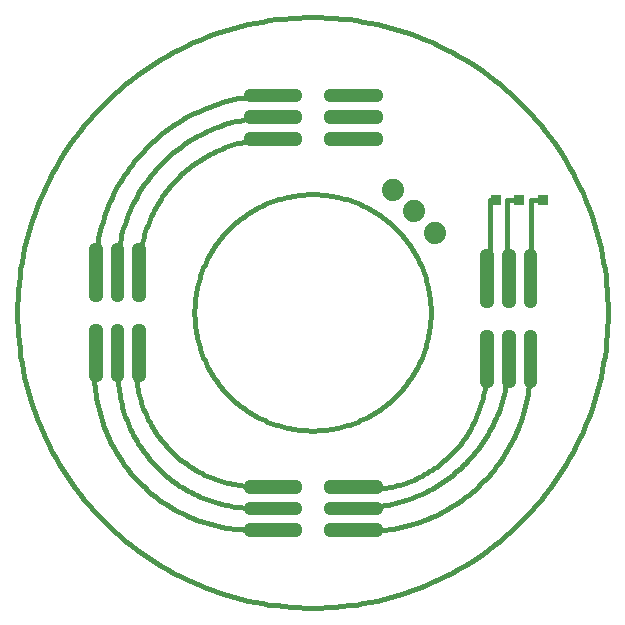
<source format=gbl>
G75*
%MOIN*%
%OFA0B0*%
%FSLAX25Y25*%
%IPPOS*%
%LPD*%
%AMOC8*
5,1,8,0,0,1.08239X$1,22.5*
%
%ADD10C,0.01600*%
%ADD11C,0.07400*%
%ADD12C,0.03780*%
%ADD13R,0.03562X0.03562*%
D10*
X0080186Y0027745D02*
X0086839Y0027745D01*
X0086839Y0035028D02*
X0080776Y0035028D01*
X0081367Y0042312D02*
X0086839Y0042312D01*
X0113847Y0035265D02*
X0115973Y0035265D01*
X0113847Y0035264D02*
X0113819Y0035262D01*
X0113791Y0035257D01*
X0113763Y0035249D01*
X0113737Y0035237D01*
X0113713Y0035222D01*
X0113691Y0035205D01*
X0113670Y0035184D01*
X0113653Y0035162D01*
X0113638Y0035138D01*
X0113626Y0035112D01*
X0113618Y0035084D01*
X0113613Y0035056D01*
X0113611Y0035028D01*
X0114753Y0041170D02*
X0117942Y0041170D01*
X0114753Y0041170D02*
X0114687Y0041172D01*
X0114620Y0041178D01*
X0114555Y0041187D01*
X0114490Y0041201D01*
X0114425Y0041218D01*
X0114362Y0041239D01*
X0114301Y0041263D01*
X0114240Y0041291D01*
X0114182Y0041323D01*
X0114125Y0041358D01*
X0114071Y0041396D01*
X0114019Y0041437D01*
X0113969Y0041481D01*
X0113922Y0041528D01*
X0113878Y0041578D01*
X0113837Y0041630D01*
X0113799Y0041684D01*
X0113764Y0041741D01*
X0113732Y0041799D01*
X0113704Y0041860D01*
X0113680Y0041921D01*
X0113659Y0041984D01*
X0113642Y0042049D01*
X0113628Y0042114D01*
X0113619Y0042179D01*
X0113613Y0042246D01*
X0113611Y0042312D01*
X0113611Y0027745D02*
X0113613Y0027708D01*
X0113619Y0027671D01*
X0113628Y0027636D01*
X0113642Y0027601D01*
X0113658Y0027568D01*
X0113679Y0027537D01*
X0113702Y0027508D01*
X0113728Y0027482D01*
X0113757Y0027459D01*
X0113788Y0027438D01*
X0113821Y0027422D01*
X0113856Y0027408D01*
X0113891Y0027399D01*
X0113928Y0027393D01*
X0113965Y0027391D01*
X0117942Y0027391D01*
X0117942Y0041170D02*
X0118913Y0041182D01*
X0119884Y0041217D01*
X0120854Y0041276D01*
X0121822Y0041358D01*
X0122787Y0041463D01*
X0123750Y0041592D01*
X0124709Y0041744D01*
X0125665Y0041919D01*
X0126616Y0042117D01*
X0127562Y0042338D01*
X0128502Y0042582D01*
X0129436Y0042848D01*
X0130364Y0043137D01*
X0131284Y0043449D01*
X0132196Y0043782D01*
X0133100Y0044138D01*
X0133995Y0044515D01*
X0134881Y0044913D01*
X0135757Y0045333D01*
X0136622Y0045774D01*
X0137477Y0046236D01*
X0138320Y0046718D01*
X0139152Y0047221D01*
X0139970Y0047743D01*
X0140776Y0048286D01*
X0141569Y0048847D01*
X0142348Y0049427D01*
X0143113Y0050026D01*
X0143863Y0050644D01*
X0144598Y0051279D01*
X0145317Y0051932D01*
X0146020Y0052602D01*
X0146707Y0053289D01*
X0147377Y0053992D01*
X0148030Y0054711D01*
X0148665Y0055446D01*
X0149283Y0056196D01*
X0149882Y0056961D01*
X0150462Y0057740D01*
X0151023Y0058533D01*
X0151566Y0059339D01*
X0152088Y0060157D01*
X0152591Y0060989D01*
X0153073Y0061832D01*
X0153535Y0062687D01*
X0153976Y0063552D01*
X0154396Y0064428D01*
X0154794Y0065314D01*
X0155171Y0066209D01*
X0155527Y0067113D01*
X0155860Y0068025D01*
X0156172Y0068945D01*
X0156461Y0069873D01*
X0156727Y0070807D01*
X0156971Y0071747D01*
X0157192Y0072693D01*
X0157390Y0073644D01*
X0157565Y0074600D01*
X0157717Y0075559D01*
X0157846Y0076522D01*
X0157951Y0077487D01*
X0158033Y0078455D01*
X0158092Y0079425D01*
X0158127Y0080396D01*
X0158139Y0081367D01*
X0158139Y0084871D01*
X0165422Y0084871D02*
X0165422Y0084713D01*
X0172706Y0084871D02*
X0172706Y0082154D01*
X0172706Y0111643D02*
X0172743Y0111645D01*
X0172780Y0111651D01*
X0172815Y0111660D01*
X0172850Y0111674D01*
X0172883Y0111690D01*
X0172914Y0111711D01*
X0172943Y0111734D01*
X0172969Y0111760D01*
X0172992Y0111789D01*
X0173013Y0111820D01*
X0173029Y0111853D01*
X0173043Y0111888D01*
X0173052Y0111923D01*
X0173058Y0111960D01*
X0173060Y0111997D01*
X0173060Y0137627D01*
X0176997Y0137627D01*
X0169123Y0137627D02*
X0165186Y0137627D01*
X0165186Y0111879D01*
X0165188Y0111851D01*
X0165193Y0111823D01*
X0165201Y0111795D01*
X0165213Y0111769D01*
X0165228Y0111745D01*
X0165245Y0111723D01*
X0165266Y0111702D01*
X0165288Y0111685D01*
X0165312Y0111670D01*
X0165338Y0111658D01*
X0165366Y0111650D01*
X0165394Y0111645D01*
X0165422Y0111643D01*
X0159280Y0112784D02*
X0159280Y0137627D01*
X0161249Y0137627D01*
X0159281Y0112784D02*
X0159279Y0112718D01*
X0159273Y0112651D01*
X0159264Y0112586D01*
X0159250Y0112521D01*
X0159233Y0112456D01*
X0159212Y0112393D01*
X0159188Y0112332D01*
X0159160Y0112271D01*
X0159128Y0112213D01*
X0159093Y0112156D01*
X0159055Y0112102D01*
X0159014Y0112050D01*
X0158970Y0112000D01*
X0158923Y0111953D01*
X0158873Y0111909D01*
X0158821Y0111868D01*
X0158767Y0111830D01*
X0158710Y0111795D01*
X0158652Y0111763D01*
X0158591Y0111735D01*
X0158530Y0111711D01*
X0158467Y0111690D01*
X0158402Y0111673D01*
X0158337Y0111659D01*
X0158272Y0111650D01*
X0158205Y0111644D01*
X0158139Y0111642D01*
X0172706Y0082154D02*
X0172690Y0080831D01*
X0172642Y0079508D01*
X0172562Y0078187D01*
X0172450Y0076869D01*
X0172307Y0075553D01*
X0172131Y0074241D01*
X0171924Y0072934D01*
X0171686Y0071632D01*
X0171416Y0070337D01*
X0171115Y0069048D01*
X0170782Y0067767D01*
X0170419Y0066494D01*
X0170026Y0065231D01*
X0169602Y0063977D01*
X0169147Y0062734D01*
X0168663Y0061503D01*
X0168149Y0060283D01*
X0167606Y0059076D01*
X0167034Y0057883D01*
X0166433Y0056704D01*
X0165804Y0055540D01*
X0165147Y0054391D01*
X0164462Y0053258D01*
X0163750Y0052143D01*
X0163012Y0051045D01*
X0162247Y0049965D01*
X0161456Y0048903D01*
X0160640Y0047862D01*
X0159799Y0046840D01*
X0158933Y0045839D01*
X0158044Y0044859D01*
X0157131Y0043901D01*
X0156195Y0042965D01*
X0155237Y0042052D01*
X0154257Y0041163D01*
X0153256Y0040297D01*
X0152234Y0039456D01*
X0151193Y0038640D01*
X0150131Y0037849D01*
X0149051Y0037084D01*
X0147953Y0036346D01*
X0146838Y0035634D01*
X0145705Y0034949D01*
X0144556Y0034292D01*
X0143392Y0033663D01*
X0142213Y0033062D01*
X0141020Y0032490D01*
X0139813Y0031947D01*
X0138593Y0031433D01*
X0137362Y0030949D01*
X0136119Y0030494D01*
X0134865Y0030070D01*
X0133602Y0029677D01*
X0132329Y0029314D01*
X0131048Y0028981D01*
X0129759Y0028680D01*
X0128464Y0028410D01*
X0127162Y0028172D01*
X0125855Y0027965D01*
X0124543Y0027789D01*
X0123227Y0027646D01*
X0121909Y0027534D01*
X0120588Y0027454D01*
X0119265Y0027406D01*
X0117942Y0027390D01*
X0080776Y0035028D02*
X0079676Y0035041D01*
X0078577Y0035081D01*
X0077479Y0035148D01*
X0076383Y0035240D01*
X0075290Y0035360D01*
X0074200Y0035506D01*
X0073114Y0035678D01*
X0072032Y0035876D01*
X0070955Y0036100D01*
X0069884Y0036350D01*
X0068820Y0036627D01*
X0067762Y0036928D01*
X0066712Y0037256D01*
X0065670Y0037608D01*
X0064637Y0037986D01*
X0063614Y0038388D01*
X0062600Y0038815D01*
X0061597Y0039266D01*
X0060605Y0039742D01*
X0059626Y0040241D01*
X0058658Y0040764D01*
X0057703Y0041310D01*
X0056762Y0041879D01*
X0055835Y0042471D01*
X0054922Y0043084D01*
X0054025Y0043720D01*
X0053143Y0044377D01*
X0052277Y0045055D01*
X0051428Y0045754D01*
X0050596Y0046474D01*
X0049782Y0047213D01*
X0048985Y0047972D01*
X0048208Y0048749D01*
X0047449Y0049546D01*
X0046710Y0050360D01*
X0045990Y0051192D01*
X0045291Y0052041D01*
X0044613Y0052907D01*
X0043956Y0053789D01*
X0043320Y0054686D01*
X0042707Y0055599D01*
X0042115Y0056526D01*
X0041546Y0057467D01*
X0041000Y0058422D01*
X0040477Y0059390D01*
X0039978Y0060369D01*
X0039502Y0061361D01*
X0039051Y0062364D01*
X0038624Y0063378D01*
X0038222Y0064401D01*
X0037844Y0065434D01*
X0037492Y0066476D01*
X0037164Y0067526D01*
X0036863Y0068584D01*
X0036586Y0069648D01*
X0036336Y0070719D01*
X0036112Y0071796D01*
X0035914Y0072878D01*
X0035742Y0073964D01*
X0035596Y0075054D01*
X0035476Y0076147D01*
X0035384Y0077243D01*
X0035317Y0078341D01*
X0035277Y0079440D01*
X0035264Y0080540D01*
X0035265Y0080540D02*
X0035265Y0086603D01*
X0035264Y0086603D02*
X0035262Y0086631D01*
X0035257Y0086659D01*
X0035249Y0086687D01*
X0035237Y0086713D01*
X0035222Y0086737D01*
X0035205Y0086759D01*
X0035184Y0086780D01*
X0035162Y0086797D01*
X0035138Y0086812D01*
X0035112Y0086824D01*
X0035084Y0086832D01*
X0035056Y0086837D01*
X0035028Y0086839D01*
X0041170Y0085698D02*
X0041170Y0082509D01*
X0041170Y0085698D02*
X0041172Y0085764D01*
X0041178Y0085831D01*
X0041187Y0085896D01*
X0041201Y0085961D01*
X0041218Y0086026D01*
X0041239Y0086089D01*
X0041263Y0086150D01*
X0041291Y0086211D01*
X0041323Y0086269D01*
X0041358Y0086326D01*
X0041396Y0086380D01*
X0041437Y0086432D01*
X0041481Y0086482D01*
X0041528Y0086529D01*
X0041578Y0086573D01*
X0041630Y0086614D01*
X0041684Y0086652D01*
X0041741Y0086687D01*
X0041799Y0086719D01*
X0041860Y0086747D01*
X0041921Y0086771D01*
X0041984Y0086792D01*
X0042049Y0086809D01*
X0042114Y0086823D01*
X0042179Y0086832D01*
X0042246Y0086838D01*
X0042312Y0086840D01*
X0027745Y0086839D02*
X0027708Y0086837D01*
X0027671Y0086831D01*
X0027636Y0086822D01*
X0027601Y0086808D01*
X0027568Y0086792D01*
X0027537Y0086771D01*
X0027508Y0086748D01*
X0027482Y0086722D01*
X0027459Y0086693D01*
X0027438Y0086662D01*
X0027422Y0086629D01*
X0027408Y0086594D01*
X0027399Y0086559D01*
X0027393Y0086522D01*
X0027391Y0086485D01*
X0027391Y0080540D01*
X0027406Y0079264D01*
X0027453Y0077989D01*
X0027530Y0076716D01*
X0027637Y0075445D01*
X0027776Y0074176D01*
X0027945Y0072912D01*
X0028145Y0071652D01*
X0028375Y0070397D01*
X0028635Y0069148D01*
X0028925Y0067905D01*
X0029245Y0066670D01*
X0029595Y0065443D01*
X0029975Y0064225D01*
X0030384Y0063017D01*
X0030822Y0061819D01*
X0031289Y0060631D01*
X0031784Y0059456D01*
X0032308Y0058292D01*
X0032859Y0057142D01*
X0033438Y0056005D01*
X0034045Y0054883D01*
X0034678Y0053775D01*
X0035338Y0052683D01*
X0036025Y0051608D01*
X0036737Y0050549D01*
X0037474Y0049508D01*
X0038236Y0048485D01*
X0039023Y0047481D01*
X0039834Y0046496D01*
X0040668Y0045530D01*
X0041526Y0044586D01*
X0042406Y0043662D01*
X0043308Y0042760D01*
X0044232Y0041880D01*
X0045176Y0041022D01*
X0046142Y0040188D01*
X0047127Y0039377D01*
X0048131Y0038590D01*
X0049154Y0037828D01*
X0050195Y0037091D01*
X0051254Y0036379D01*
X0052329Y0035692D01*
X0053421Y0035032D01*
X0054529Y0034399D01*
X0055651Y0033792D01*
X0056788Y0033213D01*
X0057938Y0032662D01*
X0059102Y0032138D01*
X0060277Y0031643D01*
X0061465Y0031176D01*
X0062663Y0030738D01*
X0063871Y0030329D01*
X0065089Y0029949D01*
X0066316Y0029599D01*
X0067551Y0029279D01*
X0068794Y0028989D01*
X0070043Y0028729D01*
X0071298Y0028499D01*
X0072558Y0028299D01*
X0073822Y0028130D01*
X0075091Y0027991D01*
X0076362Y0027884D01*
X0077635Y0027807D01*
X0078910Y0027760D01*
X0080186Y0027745D01*
X0081367Y0042312D02*
X0080381Y0042324D01*
X0079395Y0042360D01*
X0078410Y0042421D01*
X0077427Y0042506D01*
X0076446Y0042614D01*
X0075469Y0042747D01*
X0074495Y0042904D01*
X0073525Y0043084D01*
X0072560Y0043289D01*
X0071600Y0043517D01*
X0070646Y0043768D01*
X0069698Y0044043D01*
X0068758Y0044341D01*
X0067825Y0044662D01*
X0066900Y0045005D01*
X0065984Y0045372D01*
X0065078Y0045761D01*
X0064181Y0046171D01*
X0063294Y0046604D01*
X0062418Y0047058D01*
X0061554Y0047534D01*
X0060702Y0048031D01*
X0059862Y0048548D01*
X0059035Y0049086D01*
X0058221Y0049645D01*
X0057422Y0050222D01*
X0056637Y0050820D01*
X0055866Y0051436D01*
X0055111Y0052071D01*
X0054372Y0052725D01*
X0053650Y0053396D01*
X0052943Y0054085D01*
X0052254Y0054792D01*
X0051583Y0055514D01*
X0050929Y0056253D01*
X0050294Y0057008D01*
X0049678Y0057779D01*
X0049080Y0058564D01*
X0048503Y0059363D01*
X0047944Y0060177D01*
X0047406Y0061004D01*
X0046889Y0061844D01*
X0046392Y0062696D01*
X0045916Y0063560D01*
X0045462Y0064436D01*
X0045029Y0065323D01*
X0044619Y0066220D01*
X0044230Y0067126D01*
X0043863Y0068042D01*
X0043520Y0068967D01*
X0043199Y0069900D01*
X0042901Y0070840D01*
X0042626Y0071788D01*
X0042375Y0072742D01*
X0042147Y0073702D01*
X0041942Y0074667D01*
X0041762Y0075637D01*
X0041605Y0076611D01*
X0041472Y0077588D01*
X0041364Y0078569D01*
X0041279Y0079552D01*
X0041218Y0080537D01*
X0041182Y0081523D01*
X0041170Y0082509D01*
X0042311Y0113611D02*
X0042324Y0114687D01*
X0042363Y0115762D01*
X0042428Y0116836D01*
X0042519Y0117909D01*
X0042636Y0118978D01*
X0042778Y0120045D01*
X0042947Y0121108D01*
X0043141Y0122166D01*
X0043360Y0123219D01*
X0043605Y0124267D01*
X0043875Y0125309D01*
X0044170Y0126344D01*
X0044490Y0127371D01*
X0044835Y0128390D01*
X0045205Y0129401D01*
X0045598Y0130402D01*
X0046016Y0131394D01*
X0046458Y0132375D01*
X0046923Y0133345D01*
X0047411Y0134304D01*
X0047923Y0135251D01*
X0048457Y0136185D01*
X0049014Y0137106D01*
X0049593Y0138013D01*
X0050193Y0138906D01*
X0050815Y0139784D01*
X0051458Y0140647D01*
X0052122Y0141494D01*
X0052806Y0142325D01*
X0053509Y0143139D01*
X0054233Y0143935D01*
X0054975Y0144714D01*
X0055736Y0145475D01*
X0056515Y0146217D01*
X0057311Y0146941D01*
X0058125Y0147644D01*
X0058956Y0148328D01*
X0059803Y0148992D01*
X0060666Y0149635D01*
X0061544Y0150257D01*
X0062437Y0150857D01*
X0063344Y0151436D01*
X0064265Y0151993D01*
X0065199Y0152527D01*
X0066146Y0153039D01*
X0067105Y0153527D01*
X0068075Y0153992D01*
X0069056Y0154434D01*
X0070048Y0154852D01*
X0071049Y0155245D01*
X0072060Y0155615D01*
X0073079Y0155960D01*
X0074106Y0156280D01*
X0075141Y0156575D01*
X0076183Y0156845D01*
X0077231Y0157090D01*
X0078284Y0157309D01*
X0079342Y0157503D01*
X0080405Y0157672D01*
X0081472Y0157814D01*
X0082541Y0157931D01*
X0083614Y0158022D01*
X0084688Y0158087D01*
X0085763Y0158126D01*
X0086839Y0158139D01*
X0086839Y0165422D02*
X0085587Y0165407D01*
X0084336Y0165361D01*
X0083086Y0165286D01*
X0081839Y0165180D01*
X0080594Y0165044D01*
X0079353Y0164878D01*
X0078116Y0164682D01*
X0076885Y0164457D01*
X0075659Y0164201D01*
X0074440Y0163916D01*
X0073228Y0163602D01*
X0072024Y0163259D01*
X0070829Y0162886D01*
X0069643Y0162485D01*
X0068467Y0162055D01*
X0067301Y0161597D01*
X0066148Y0161111D01*
X0065006Y0160597D01*
X0063877Y0160056D01*
X0062761Y0159487D01*
X0061660Y0158892D01*
X0060573Y0158271D01*
X0059501Y0157623D01*
X0058446Y0156949D01*
X0057407Y0156251D01*
X0056385Y0155527D01*
X0055381Y0154779D01*
X0054396Y0154007D01*
X0053429Y0153211D01*
X0052482Y0152392D01*
X0051555Y0151551D01*
X0050648Y0150687D01*
X0049763Y0149802D01*
X0048899Y0148895D01*
X0048058Y0147968D01*
X0047239Y0147021D01*
X0046443Y0146054D01*
X0045671Y0145069D01*
X0044923Y0144065D01*
X0044199Y0143043D01*
X0043501Y0142004D01*
X0042827Y0140949D01*
X0042179Y0139877D01*
X0041558Y0138790D01*
X0040963Y0137689D01*
X0040394Y0136573D01*
X0039853Y0135444D01*
X0039339Y0134302D01*
X0038853Y0133149D01*
X0038395Y0131983D01*
X0037965Y0130807D01*
X0037564Y0129621D01*
X0037191Y0128426D01*
X0036848Y0127222D01*
X0036534Y0126010D01*
X0036249Y0124791D01*
X0035993Y0123565D01*
X0035768Y0122334D01*
X0035572Y0121097D01*
X0035406Y0119856D01*
X0035270Y0118611D01*
X0035164Y0117364D01*
X0035089Y0116114D01*
X0035043Y0114863D01*
X0035028Y0113611D01*
X0027745Y0113611D02*
X0027762Y0115039D01*
X0027814Y0116466D01*
X0027900Y0117891D01*
X0028021Y0119314D01*
X0028176Y0120734D01*
X0028365Y0122149D01*
X0028589Y0123560D01*
X0028846Y0124965D01*
X0029137Y0126363D01*
X0029462Y0127753D01*
X0029821Y0129135D01*
X0030212Y0130509D01*
X0030637Y0131872D01*
X0031095Y0133225D01*
X0031585Y0134566D01*
X0032108Y0135895D01*
X0032662Y0137211D01*
X0033248Y0138513D01*
X0033866Y0139801D01*
X0034514Y0141073D01*
X0035193Y0142330D01*
X0035902Y0143569D01*
X0036641Y0144791D01*
X0037409Y0145995D01*
X0038206Y0147180D01*
X0039031Y0148346D01*
X0039884Y0149491D01*
X0040765Y0150615D01*
X0041673Y0151717D01*
X0042607Y0152798D01*
X0043566Y0153855D01*
X0044551Y0154889D01*
X0045561Y0155899D01*
X0046595Y0156884D01*
X0047652Y0157843D01*
X0048733Y0158777D01*
X0049835Y0159685D01*
X0050959Y0160566D01*
X0052104Y0161419D01*
X0053270Y0162244D01*
X0054455Y0163041D01*
X0055659Y0163809D01*
X0056881Y0164548D01*
X0058120Y0165257D01*
X0059377Y0165936D01*
X0060649Y0166584D01*
X0061937Y0167202D01*
X0063239Y0167788D01*
X0064555Y0168342D01*
X0065884Y0168865D01*
X0067225Y0169355D01*
X0068578Y0169813D01*
X0069941Y0170238D01*
X0071315Y0170629D01*
X0072697Y0170988D01*
X0074087Y0171313D01*
X0075485Y0171604D01*
X0076890Y0171861D01*
X0078301Y0172085D01*
X0079716Y0172274D01*
X0081136Y0172429D01*
X0082559Y0172550D01*
X0083984Y0172636D01*
X0085411Y0172688D01*
X0086839Y0172705D01*
X0060855Y0100225D02*
X0060867Y0101191D01*
X0060902Y0102157D01*
X0060962Y0103121D01*
X0061045Y0104084D01*
X0061151Y0105044D01*
X0061281Y0106002D01*
X0061435Y0106956D01*
X0061611Y0107906D01*
X0061812Y0108851D01*
X0062035Y0109791D01*
X0062281Y0110725D01*
X0062550Y0111654D01*
X0062842Y0112575D01*
X0063156Y0113488D01*
X0063493Y0114394D01*
X0063852Y0115291D01*
X0064233Y0116179D01*
X0064635Y0117058D01*
X0065059Y0117926D01*
X0065504Y0118784D01*
X0065970Y0119630D01*
X0066456Y0120465D01*
X0066963Y0121288D01*
X0067490Y0122098D01*
X0068037Y0122895D01*
X0068603Y0123678D01*
X0069188Y0124447D01*
X0069792Y0125201D01*
X0070414Y0125940D01*
X0071054Y0126664D01*
X0071711Y0127372D01*
X0072386Y0128064D01*
X0073078Y0128739D01*
X0073786Y0129396D01*
X0074510Y0130036D01*
X0075249Y0130658D01*
X0076003Y0131262D01*
X0076772Y0131847D01*
X0077555Y0132413D01*
X0078352Y0132960D01*
X0079162Y0133487D01*
X0079985Y0133994D01*
X0080820Y0134480D01*
X0081666Y0134946D01*
X0082524Y0135391D01*
X0083392Y0135815D01*
X0084271Y0136217D01*
X0085159Y0136598D01*
X0086056Y0136957D01*
X0086962Y0137294D01*
X0087875Y0137608D01*
X0088796Y0137900D01*
X0089725Y0138169D01*
X0090659Y0138415D01*
X0091599Y0138638D01*
X0092544Y0138839D01*
X0093494Y0139015D01*
X0094448Y0139169D01*
X0095406Y0139299D01*
X0096366Y0139405D01*
X0097329Y0139488D01*
X0098293Y0139548D01*
X0099259Y0139583D01*
X0100225Y0139595D01*
X0101191Y0139583D01*
X0102157Y0139548D01*
X0103121Y0139488D01*
X0104084Y0139405D01*
X0105044Y0139299D01*
X0106002Y0139169D01*
X0106956Y0139015D01*
X0107906Y0138839D01*
X0108851Y0138638D01*
X0109791Y0138415D01*
X0110725Y0138169D01*
X0111654Y0137900D01*
X0112575Y0137608D01*
X0113488Y0137294D01*
X0114394Y0136957D01*
X0115291Y0136598D01*
X0116179Y0136217D01*
X0117058Y0135815D01*
X0117926Y0135391D01*
X0118784Y0134946D01*
X0119630Y0134480D01*
X0120465Y0133994D01*
X0121288Y0133487D01*
X0122098Y0132960D01*
X0122895Y0132413D01*
X0123678Y0131847D01*
X0124447Y0131262D01*
X0125201Y0130658D01*
X0125940Y0130036D01*
X0126664Y0129396D01*
X0127372Y0128739D01*
X0128064Y0128064D01*
X0128739Y0127372D01*
X0129396Y0126664D01*
X0130036Y0125940D01*
X0130658Y0125201D01*
X0131262Y0124447D01*
X0131847Y0123678D01*
X0132413Y0122895D01*
X0132960Y0122098D01*
X0133487Y0121288D01*
X0133994Y0120465D01*
X0134480Y0119630D01*
X0134946Y0118784D01*
X0135391Y0117926D01*
X0135815Y0117058D01*
X0136217Y0116179D01*
X0136598Y0115291D01*
X0136957Y0114394D01*
X0137294Y0113488D01*
X0137608Y0112575D01*
X0137900Y0111654D01*
X0138169Y0110725D01*
X0138415Y0109791D01*
X0138638Y0108851D01*
X0138839Y0107906D01*
X0139015Y0106956D01*
X0139169Y0106002D01*
X0139299Y0105044D01*
X0139405Y0104084D01*
X0139488Y0103121D01*
X0139548Y0102157D01*
X0139583Y0101191D01*
X0139595Y0100225D01*
X0139583Y0099259D01*
X0139548Y0098293D01*
X0139488Y0097329D01*
X0139405Y0096366D01*
X0139299Y0095406D01*
X0139169Y0094448D01*
X0139015Y0093494D01*
X0138839Y0092544D01*
X0138638Y0091599D01*
X0138415Y0090659D01*
X0138169Y0089725D01*
X0137900Y0088796D01*
X0137608Y0087875D01*
X0137294Y0086962D01*
X0136957Y0086056D01*
X0136598Y0085159D01*
X0136217Y0084271D01*
X0135815Y0083392D01*
X0135391Y0082524D01*
X0134946Y0081666D01*
X0134480Y0080820D01*
X0133994Y0079985D01*
X0133487Y0079162D01*
X0132960Y0078352D01*
X0132413Y0077555D01*
X0131847Y0076772D01*
X0131262Y0076003D01*
X0130658Y0075249D01*
X0130036Y0074510D01*
X0129396Y0073786D01*
X0128739Y0073078D01*
X0128064Y0072386D01*
X0127372Y0071711D01*
X0126664Y0071054D01*
X0125940Y0070414D01*
X0125201Y0069792D01*
X0124447Y0069188D01*
X0123678Y0068603D01*
X0122895Y0068037D01*
X0122098Y0067490D01*
X0121288Y0066963D01*
X0120465Y0066456D01*
X0119630Y0065970D01*
X0118784Y0065504D01*
X0117926Y0065059D01*
X0117058Y0064635D01*
X0116179Y0064233D01*
X0115291Y0063852D01*
X0114394Y0063493D01*
X0113488Y0063156D01*
X0112575Y0062842D01*
X0111654Y0062550D01*
X0110725Y0062281D01*
X0109791Y0062035D01*
X0108851Y0061812D01*
X0107906Y0061611D01*
X0106956Y0061435D01*
X0106002Y0061281D01*
X0105044Y0061151D01*
X0104084Y0061045D01*
X0103121Y0060962D01*
X0102157Y0060902D01*
X0101191Y0060867D01*
X0100225Y0060855D01*
X0099259Y0060867D01*
X0098293Y0060902D01*
X0097329Y0060962D01*
X0096366Y0061045D01*
X0095406Y0061151D01*
X0094448Y0061281D01*
X0093494Y0061435D01*
X0092544Y0061611D01*
X0091599Y0061812D01*
X0090659Y0062035D01*
X0089725Y0062281D01*
X0088796Y0062550D01*
X0087875Y0062842D01*
X0086962Y0063156D01*
X0086056Y0063493D01*
X0085159Y0063852D01*
X0084271Y0064233D01*
X0083392Y0064635D01*
X0082524Y0065059D01*
X0081666Y0065504D01*
X0080820Y0065970D01*
X0079985Y0066456D01*
X0079162Y0066963D01*
X0078352Y0067490D01*
X0077555Y0068037D01*
X0076772Y0068603D01*
X0076003Y0069188D01*
X0075249Y0069792D01*
X0074510Y0070414D01*
X0073786Y0071054D01*
X0073078Y0071711D01*
X0072386Y0072386D01*
X0071711Y0073078D01*
X0071054Y0073786D01*
X0070414Y0074510D01*
X0069792Y0075249D01*
X0069188Y0076003D01*
X0068603Y0076772D01*
X0068037Y0077555D01*
X0067490Y0078352D01*
X0066963Y0079162D01*
X0066456Y0079985D01*
X0065970Y0080820D01*
X0065504Y0081666D01*
X0065059Y0082524D01*
X0064635Y0083392D01*
X0064233Y0084271D01*
X0063852Y0085159D01*
X0063493Y0086056D01*
X0063156Y0086962D01*
X0062842Y0087875D01*
X0062550Y0088796D01*
X0062281Y0089725D01*
X0062035Y0090659D01*
X0061812Y0091599D01*
X0061611Y0092544D01*
X0061435Y0093494D01*
X0061281Y0094448D01*
X0061151Y0095406D01*
X0061045Y0096366D01*
X0060962Y0097329D01*
X0060902Y0098293D01*
X0060867Y0099259D01*
X0060855Y0100225D01*
X0001800Y0100225D02*
X0001830Y0102640D01*
X0001919Y0105054D01*
X0002067Y0107466D01*
X0002274Y0109872D01*
X0002540Y0112273D01*
X0002865Y0114667D01*
X0003249Y0117052D01*
X0003691Y0119427D01*
X0004192Y0121790D01*
X0004750Y0124140D01*
X0005365Y0126476D01*
X0006038Y0128796D01*
X0006768Y0131099D01*
X0007554Y0133383D01*
X0008395Y0135648D01*
X0009292Y0137891D01*
X0010244Y0140111D01*
X0011250Y0142307D01*
X0012309Y0144478D01*
X0013422Y0146622D01*
X0014587Y0148739D01*
X0015803Y0150826D01*
X0017070Y0152882D01*
X0018388Y0154907D01*
X0019754Y0156899D01*
X0021169Y0158857D01*
X0022632Y0160779D01*
X0024141Y0162665D01*
X0025697Y0164514D01*
X0027297Y0166323D01*
X0028941Y0168093D01*
X0030628Y0169822D01*
X0032357Y0171509D01*
X0034127Y0173153D01*
X0035936Y0174753D01*
X0037785Y0176309D01*
X0039671Y0177818D01*
X0041593Y0179281D01*
X0043551Y0180696D01*
X0045543Y0182062D01*
X0047568Y0183380D01*
X0049624Y0184647D01*
X0051711Y0185863D01*
X0053828Y0187028D01*
X0055972Y0188141D01*
X0058143Y0189200D01*
X0060339Y0190206D01*
X0062559Y0191158D01*
X0064802Y0192055D01*
X0067067Y0192896D01*
X0069351Y0193682D01*
X0071654Y0194412D01*
X0073974Y0195085D01*
X0076310Y0195700D01*
X0078660Y0196258D01*
X0081023Y0196759D01*
X0083398Y0197201D01*
X0085783Y0197585D01*
X0088177Y0197910D01*
X0090578Y0198176D01*
X0092984Y0198383D01*
X0095396Y0198531D01*
X0097810Y0198620D01*
X0100225Y0198650D01*
X0102640Y0198620D01*
X0105054Y0198531D01*
X0107466Y0198383D01*
X0109872Y0198176D01*
X0112273Y0197910D01*
X0114667Y0197585D01*
X0117052Y0197201D01*
X0119427Y0196759D01*
X0121790Y0196258D01*
X0124140Y0195700D01*
X0126476Y0195085D01*
X0128796Y0194412D01*
X0131099Y0193682D01*
X0133383Y0192896D01*
X0135648Y0192055D01*
X0137891Y0191158D01*
X0140111Y0190206D01*
X0142307Y0189200D01*
X0144478Y0188141D01*
X0146622Y0187028D01*
X0148739Y0185863D01*
X0150826Y0184647D01*
X0152882Y0183380D01*
X0154907Y0182062D01*
X0156899Y0180696D01*
X0158857Y0179281D01*
X0160779Y0177818D01*
X0162665Y0176309D01*
X0164514Y0174753D01*
X0166323Y0173153D01*
X0168093Y0171509D01*
X0169822Y0169822D01*
X0171509Y0168093D01*
X0173153Y0166323D01*
X0174753Y0164514D01*
X0176309Y0162665D01*
X0177818Y0160779D01*
X0179281Y0158857D01*
X0180696Y0156899D01*
X0182062Y0154907D01*
X0183380Y0152882D01*
X0184647Y0150826D01*
X0185863Y0148739D01*
X0187028Y0146622D01*
X0188141Y0144478D01*
X0189200Y0142307D01*
X0190206Y0140111D01*
X0191158Y0137891D01*
X0192055Y0135648D01*
X0192896Y0133383D01*
X0193682Y0131099D01*
X0194412Y0128796D01*
X0195085Y0126476D01*
X0195700Y0124140D01*
X0196258Y0121790D01*
X0196759Y0119427D01*
X0197201Y0117052D01*
X0197585Y0114667D01*
X0197910Y0112273D01*
X0198176Y0109872D01*
X0198383Y0107466D01*
X0198531Y0105054D01*
X0198620Y0102640D01*
X0198650Y0100225D01*
X0198620Y0097810D01*
X0198531Y0095396D01*
X0198383Y0092984D01*
X0198176Y0090578D01*
X0197910Y0088177D01*
X0197585Y0085783D01*
X0197201Y0083398D01*
X0196759Y0081023D01*
X0196258Y0078660D01*
X0195700Y0076310D01*
X0195085Y0073974D01*
X0194412Y0071654D01*
X0193682Y0069351D01*
X0192896Y0067067D01*
X0192055Y0064802D01*
X0191158Y0062559D01*
X0190206Y0060339D01*
X0189200Y0058143D01*
X0188141Y0055972D01*
X0187028Y0053828D01*
X0185863Y0051711D01*
X0184647Y0049624D01*
X0183380Y0047568D01*
X0182062Y0045543D01*
X0180696Y0043551D01*
X0179281Y0041593D01*
X0177818Y0039671D01*
X0176309Y0037785D01*
X0174753Y0035936D01*
X0173153Y0034127D01*
X0171509Y0032357D01*
X0169822Y0030628D01*
X0168093Y0028941D01*
X0166323Y0027297D01*
X0164514Y0025697D01*
X0162665Y0024141D01*
X0160779Y0022632D01*
X0158857Y0021169D01*
X0156899Y0019754D01*
X0154907Y0018388D01*
X0152882Y0017070D01*
X0150826Y0015803D01*
X0148739Y0014587D01*
X0146622Y0013422D01*
X0144478Y0012309D01*
X0142307Y0011250D01*
X0140111Y0010244D01*
X0137891Y0009292D01*
X0135648Y0008395D01*
X0133383Y0007554D01*
X0131099Y0006768D01*
X0128796Y0006038D01*
X0126476Y0005365D01*
X0124140Y0004750D01*
X0121790Y0004192D01*
X0119427Y0003691D01*
X0117052Y0003249D01*
X0114667Y0002865D01*
X0112273Y0002540D01*
X0109872Y0002274D01*
X0107466Y0002067D01*
X0105054Y0001919D01*
X0102640Y0001830D01*
X0100225Y0001800D01*
X0097810Y0001830D01*
X0095396Y0001919D01*
X0092984Y0002067D01*
X0090578Y0002274D01*
X0088177Y0002540D01*
X0085783Y0002865D01*
X0083398Y0003249D01*
X0081023Y0003691D01*
X0078660Y0004192D01*
X0076310Y0004750D01*
X0073974Y0005365D01*
X0071654Y0006038D01*
X0069351Y0006768D01*
X0067067Y0007554D01*
X0064802Y0008395D01*
X0062559Y0009292D01*
X0060339Y0010244D01*
X0058143Y0011250D01*
X0055972Y0012309D01*
X0053828Y0013422D01*
X0051711Y0014587D01*
X0049624Y0015803D01*
X0047568Y0017070D01*
X0045543Y0018388D01*
X0043551Y0019754D01*
X0041593Y0021169D01*
X0039671Y0022632D01*
X0037785Y0024141D01*
X0035936Y0025697D01*
X0034127Y0027297D01*
X0032357Y0028941D01*
X0030628Y0030628D01*
X0028941Y0032357D01*
X0027297Y0034127D01*
X0025697Y0035936D01*
X0024141Y0037785D01*
X0022632Y0039671D01*
X0021169Y0041593D01*
X0019754Y0043551D01*
X0018388Y0045543D01*
X0017070Y0047568D01*
X0015803Y0049624D01*
X0014587Y0051711D01*
X0013422Y0053828D01*
X0012309Y0055972D01*
X0011250Y0058143D01*
X0010244Y0060339D01*
X0009292Y0062559D01*
X0008395Y0064802D01*
X0007554Y0067067D01*
X0006768Y0069351D01*
X0006038Y0071654D01*
X0005365Y0073974D01*
X0004750Y0076310D01*
X0004192Y0078660D01*
X0003691Y0081023D01*
X0003249Y0083398D01*
X0002865Y0085783D01*
X0002540Y0088177D01*
X0002274Y0090578D01*
X0002067Y0092984D01*
X0001919Y0095396D01*
X0001830Y0097810D01*
X0001800Y0100225D01*
X0115973Y0035264D02*
X0117168Y0035278D01*
X0118362Y0035322D01*
X0119555Y0035394D01*
X0120746Y0035495D01*
X0121933Y0035625D01*
X0123118Y0035783D01*
X0124298Y0035970D01*
X0125473Y0036185D01*
X0126643Y0036429D01*
X0127807Y0036701D01*
X0128964Y0037001D01*
X0130113Y0037329D01*
X0131254Y0037684D01*
X0132386Y0038067D01*
X0133508Y0038477D01*
X0134620Y0038915D01*
X0135721Y0039379D01*
X0136811Y0039869D01*
X0137888Y0040386D01*
X0138953Y0040928D01*
X0140004Y0041496D01*
X0141042Y0042089D01*
X0142064Y0042708D01*
X0143072Y0043350D01*
X0144063Y0044017D01*
X0145038Y0044708D01*
X0145997Y0045422D01*
X0146937Y0046159D01*
X0147860Y0046918D01*
X0148764Y0047700D01*
X0149649Y0048503D01*
X0150514Y0049327D01*
X0151359Y0050172D01*
X0152183Y0051037D01*
X0152986Y0051922D01*
X0153768Y0052826D01*
X0154527Y0053749D01*
X0155264Y0054689D01*
X0155978Y0055648D01*
X0156669Y0056623D01*
X0157336Y0057614D01*
X0157978Y0058622D01*
X0158597Y0059644D01*
X0159190Y0060682D01*
X0159758Y0061733D01*
X0160300Y0062798D01*
X0160817Y0063875D01*
X0161307Y0064965D01*
X0161771Y0066066D01*
X0162209Y0067178D01*
X0162619Y0068300D01*
X0163002Y0069432D01*
X0163357Y0070573D01*
X0163685Y0071722D01*
X0163985Y0072879D01*
X0164257Y0074043D01*
X0164501Y0075213D01*
X0164716Y0076388D01*
X0164903Y0077568D01*
X0165061Y0078753D01*
X0165191Y0079940D01*
X0165292Y0081131D01*
X0165364Y0082324D01*
X0165408Y0083518D01*
X0165422Y0084713D01*
D11*
X0141100Y0126831D03*
X0134029Y0133902D03*
X0126957Y0140973D03*
D12*
X0121563Y0158611D02*
X0105659Y0158611D01*
X0121563Y0158611D02*
X0121563Y0157667D01*
X0105659Y0157667D01*
X0105659Y0158611D01*
X0105659Y0165894D02*
X0121563Y0165894D01*
X0121563Y0164950D01*
X0105659Y0164950D01*
X0105659Y0165894D01*
X0105659Y0173178D02*
X0121563Y0173178D01*
X0121563Y0172234D01*
X0105659Y0172234D01*
X0105659Y0173178D01*
X0094791Y0173178D02*
X0078887Y0173178D01*
X0094791Y0173178D02*
X0094791Y0172234D01*
X0078887Y0172234D01*
X0078887Y0173178D01*
X0078887Y0165894D02*
X0094791Y0165894D01*
X0094791Y0164950D01*
X0078887Y0164950D01*
X0078887Y0165894D01*
X0078887Y0158611D02*
X0094791Y0158611D01*
X0094791Y0157667D01*
X0078887Y0157667D01*
X0078887Y0158611D01*
X0041840Y0121563D02*
X0041840Y0105659D01*
X0041840Y0121563D02*
X0042784Y0121563D01*
X0042784Y0105659D01*
X0041840Y0105659D01*
X0041840Y0109438D02*
X0042784Y0109438D01*
X0042784Y0113217D02*
X0041840Y0113217D01*
X0041840Y0116996D02*
X0042784Y0116996D01*
X0042784Y0120775D02*
X0041840Y0120775D01*
X0034556Y0121563D02*
X0034556Y0105659D01*
X0034556Y0121563D02*
X0035500Y0121563D01*
X0035500Y0105659D01*
X0034556Y0105659D01*
X0034556Y0109438D02*
X0035500Y0109438D01*
X0035500Y0113217D02*
X0034556Y0113217D01*
X0034556Y0116996D02*
X0035500Y0116996D01*
X0035500Y0120775D02*
X0034556Y0120775D01*
X0027273Y0121563D02*
X0027273Y0105659D01*
X0027273Y0121563D02*
X0028217Y0121563D01*
X0028217Y0105659D01*
X0027273Y0105659D01*
X0027273Y0109438D02*
X0028217Y0109438D01*
X0028217Y0113217D02*
X0027273Y0113217D01*
X0027273Y0116996D02*
X0028217Y0116996D01*
X0028217Y0120775D02*
X0027273Y0120775D01*
X0027273Y0094791D02*
X0027273Y0078887D01*
X0027273Y0094791D02*
X0028217Y0094791D01*
X0028217Y0078887D01*
X0027273Y0078887D01*
X0027273Y0082666D02*
X0028217Y0082666D01*
X0028217Y0086445D02*
X0027273Y0086445D01*
X0027273Y0090224D02*
X0028217Y0090224D01*
X0028217Y0094003D02*
X0027273Y0094003D01*
X0034556Y0094791D02*
X0034556Y0078887D01*
X0034556Y0094791D02*
X0035500Y0094791D01*
X0035500Y0078887D01*
X0034556Y0078887D01*
X0034556Y0082666D02*
X0035500Y0082666D01*
X0035500Y0086445D02*
X0034556Y0086445D01*
X0034556Y0090224D02*
X0035500Y0090224D01*
X0035500Y0094003D02*
X0034556Y0094003D01*
X0041840Y0094791D02*
X0041840Y0078887D01*
X0041840Y0094791D02*
X0042784Y0094791D01*
X0042784Y0078887D01*
X0041840Y0078887D01*
X0041840Y0082666D02*
X0042784Y0082666D01*
X0042784Y0086445D02*
X0041840Y0086445D01*
X0041840Y0090224D02*
X0042784Y0090224D01*
X0042784Y0094003D02*
X0041840Y0094003D01*
X0078887Y0041840D02*
X0094791Y0041840D01*
X0078887Y0041840D02*
X0078887Y0042784D01*
X0094791Y0042784D01*
X0094791Y0041840D01*
X0094791Y0034556D02*
X0078887Y0034556D01*
X0078887Y0035500D01*
X0094791Y0035500D01*
X0094791Y0034556D01*
X0094791Y0027273D02*
X0078887Y0027273D01*
X0078887Y0028217D01*
X0094791Y0028217D01*
X0094791Y0027273D01*
X0105659Y0027273D02*
X0121563Y0027273D01*
X0105659Y0027273D02*
X0105659Y0028217D01*
X0121563Y0028217D01*
X0121563Y0027273D01*
X0121563Y0034556D02*
X0105659Y0034556D01*
X0105659Y0035500D01*
X0121563Y0035500D01*
X0121563Y0034556D01*
X0121563Y0041840D02*
X0105659Y0041840D01*
X0105659Y0042784D01*
X0121563Y0042784D01*
X0121563Y0041840D01*
X0158611Y0076919D02*
X0158611Y0092823D01*
X0158611Y0076919D02*
X0157667Y0076919D01*
X0157667Y0092823D01*
X0158611Y0092823D01*
X0158611Y0080698D02*
X0157667Y0080698D01*
X0157667Y0084477D02*
X0158611Y0084477D01*
X0158611Y0088256D02*
X0157667Y0088256D01*
X0157667Y0092035D02*
X0158611Y0092035D01*
X0165894Y0092823D02*
X0165894Y0076919D01*
X0164950Y0076919D01*
X0164950Y0092823D01*
X0165894Y0092823D01*
X0165894Y0080698D02*
X0164950Y0080698D01*
X0164950Y0084477D02*
X0165894Y0084477D01*
X0165894Y0088256D02*
X0164950Y0088256D01*
X0164950Y0092035D02*
X0165894Y0092035D01*
X0173178Y0092823D02*
X0173178Y0076919D01*
X0172234Y0076919D01*
X0172234Y0092823D01*
X0173178Y0092823D01*
X0173178Y0080698D02*
X0172234Y0080698D01*
X0172234Y0084477D02*
X0173178Y0084477D01*
X0173178Y0088256D02*
X0172234Y0088256D01*
X0172234Y0092035D02*
X0173178Y0092035D01*
X0173178Y0103691D02*
X0173178Y0119595D01*
X0173178Y0103691D02*
X0172234Y0103691D01*
X0172234Y0119595D01*
X0173178Y0119595D01*
X0173178Y0107470D02*
X0172234Y0107470D01*
X0172234Y0111249D02*
X0173178Y0111249D01*
X0173178Y0115028D02*
X0172234Y0115028D01*
X0172234Y0118807D02*
X0173178Y0118807D01*
X0165894Y0119595D02*
X0165894Y0103691D01*
X0164950Y0103691D01*
X0164950Y0119595D01*
X0165894Y0119595D01*
X0165894Y0107470D02*
X0164950Y0107470D01*
X0164950Y0111249D02*
X0165894Y0111249D01*
X0165894Y0115028D02*
X0164950Y0115028D01*
X0164950Y0118807D02*
X0165894Y0118807D01*
X0158611Y0119595D02*
X0158611Y0103691D01*
X0157667Y0103691D01*
X0157667Y0119595D01*
X0158611Y0119595D01*
X0158611Y0107470D02*
X0157667Y0107470D01*
X0157667Y0111249D02*
X0158611Y0111249D01*
X0158611Y0115028D02*
X0157667Y0115028D01*
X0157667Y0118807D02*
X0158611Y0118807D01*
D13*
X0161249Y0137627D03*
X0169123Y0137627D03*
X0176997Y0137627D03*
M02*

</source>
